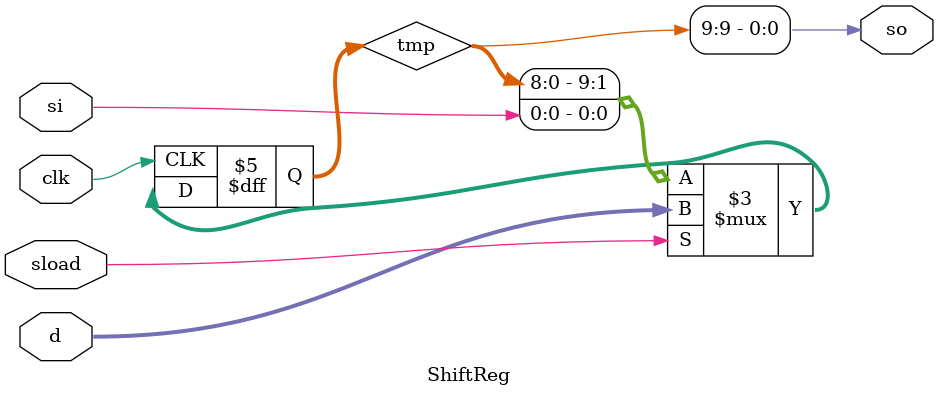
<source format=v>
module ShiftReg (
        input        clk, si, sload,
        input  [9:0] d,
        output       so
);
        reg    [9:0] tmp;

	always @(posedge clk)
       	begin
           	if (sload)
              	tmp <= d;
           	else
              	tmp <= {tmp[8:0], si};
        end
           assign so = tmp[9];
        endmodule
</source>
